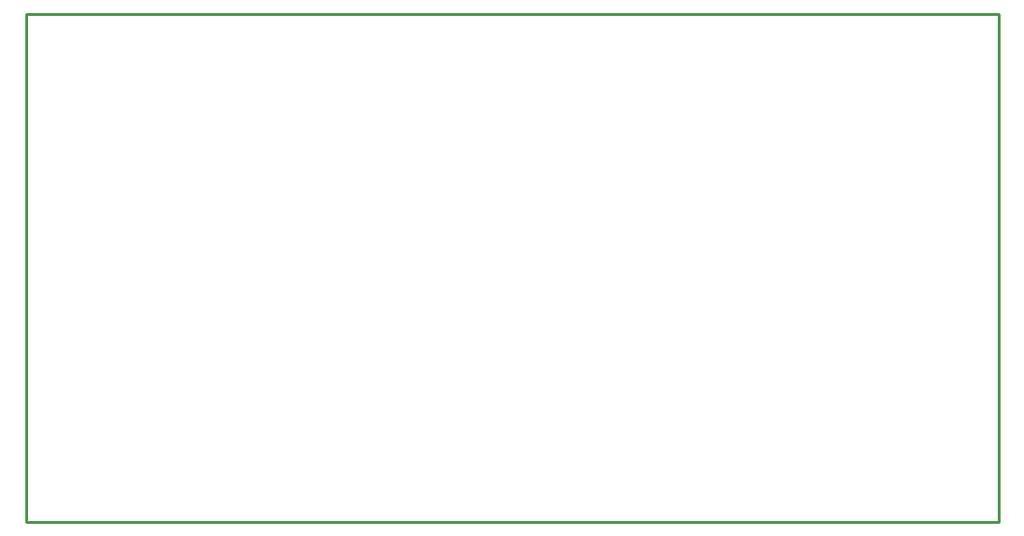
<source format=gbr>
G04 EAGLE Gerber RS-274X export*
G75*
%MOMM*%
%FSLAX34Y34*%
%LPD*%
%IN*%
%IPPOS*%
%AMOC8*
5,1,8,0,0,1.08239X$1,22.5*%
G01*
G04 Define Apertures*
%ADD10C,0.254000*%
D10*
X0Y0D02*
X880000Y0D01*
X880000Y460000D01*
X0Y460000D01*
X0Y0D01*
M02*

</source>
